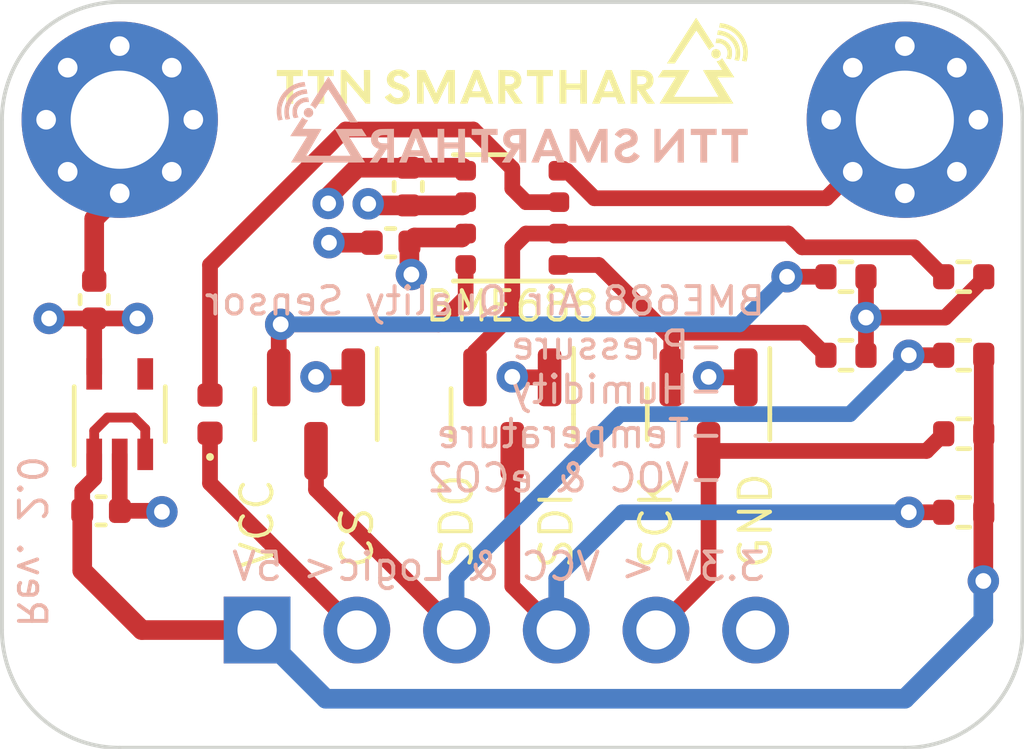
<source format=kicad_pcb>
(kicad_pcb (version 20211014) (generator pcbnew)
  (title_block (title "BME688 Breakout Board") (date "2022-04-04") (rev "2.0") (company "SmartHarz") (comment 1 "Benjamin Hüpeden"))
  (layers (0 "F.Cu" signal) (1 "In1.Cu" power "In.Cu1") (2 "In2.Cu" power "InCu2") (31 "B.Cu" signal) (34 "B.Paste" user) (35 "F.Paste" user) (36 "B.SilkS" user "B.Silkscreen") (37 "F.SilkS" user "F.Silkscreen") (38 "B.Mask" user) (39 "F.Mask" user) (44 "Edge.Cuts" user))
  (net 0 "")
  (net 1 "VCC")
  (net 2 "GND")
  (net 3 "+3V3")
  (net 4 "/+5V_CS")
  (net 5 "/+3.3V_CS")
  (net 6 "/+5V_SDI")
  (net 7 "/+5V_SCK")
  (net 8 "/+5V_SDO")
  (net 9 "/+3.3V_SDI")
  (net 10 "/+3.3V_SCK")
  (net 11 "/+3.3V_SDO")
  (footprint "Resistor_SMD:R_0402_1005Metric" (layer "F.Cu") (at 238.45 125.4375 180)
    (fp_text reference "R6" hide)
    (fp_text value "4k7" hide)
    (pad "1" smd roundrect (at -0.51 0 180) (size 0.54 0.64) (layers "F.Cu" "F.Paste" "F.Mask") (net 1 "VCC"))
    (pad "2" smd roundrect (at 0.51 0 180) (size 0.54 0.64) (layers "F.Cu" "F.Paste" "F.Mask") (net 8 "/+5V_SDO"))
  )
  (footprint "Resistor_SMD:R_0402_1005Metric" (layer "F.Cu") (at 238.45 129.4375 180)
    (fp_text reference "R2" hide)
    (fp_text value "4k7" hide)
    (pad "1" smd roundrect (at -0.51 0 180) (size 0.54 0.64) (layers "F.Cu" "F.Paste" "F.Mask") (net 1 "VCC"))
    (pad "2" smd roundrect (at 0.51 0 180) (size 0.54 0.64) (layers "F.Cu" "F.Paste" "F.Mask") (net 6 "/+5V_SDI"))
  )
  (footprint "BME688_Breakout_Board:SOT323-5L" (layer "F.Cu") (at 216.95 126.9375 90)
    (fp_text reference "U2" hide)
    (fp_text value "STLQ020C33R" hide)
    (pad "1" smd rect (at -1.025 -0.65 90) (size 0.8 0.4) (layers "F.Cu" "F.Paste" "F.Mask") (net 1 "VCC"))
    (pad "2" smd rect (at -1.025 0 90) (size 0.8 0.4) (layers "F.Cu" "F.Paste" "F.Mask") (net 2 "GND"))
    (pad "3" smd rect (at -1.025 0.65 90) (size 0.8 0.4) (layers "F.Cu" "F.Paste" "F.Mask") (net 1 "VCC"))
    (pad "4" smd rect (at 1.025 0.65 90) (size 0.8 0.4) (layers "F.Cu" "F.Paste" "F.Mask"))
    (pad "5" smd rect (at 1.025 -0.65 90) (size 0.8 0.4) (layers "F.Cu" "F.Paste" "F.Mask") (net 3 "+3V3"))
  )
  (footprint "Diode_SMD:D_0402_1005Metric" (layer "F.Cu") (at 219.25 126.9375 90)
    (fp_text reference "D1" hide)
    (fp_text value "Diode" hide)
    (pad "1" smd roundrect (at -0.485 0 90) (size 0.59 0.64) (layers "F.Cu" "F.Paste" "F.Mask") (net 4 "/+5V_CS"))
    (pad "2" smd roundrect (at 0.485 0 90) (size 0.59 0.64) (layers "F.Cu" "F.Paste" "F.Mask") (net 5 "/+3.3V_CS"))
  )
  (footprint "Capacitor_SMD:C_0402_1005Metric" (layer "F.Cu") (at 224.3 121.14 -90)
    (fp_text reference "C4" hide)
    (fp_text value "100n" hide)
    (pad "1" smd roundrect (at -0.48 0 270) (size 0.56 0.62) (layers "F.Cu" "F.Paste" "F.Mask") (net 3 "+3V3"))
    (pad "2" smd roundrect (at 0.48 0 270) (size 0.56 0.62) (layers "F.Cu" "F.Paste" "F.Mask") (net 2 "GND"))
  )
  (footprint "MountingHole:MountingHole_2.5mm_Pad_Via" (layer "F.Cu") (at 216.95 119.4375)
    (fp_text reference "H1" hide)
    (fp_text value "MountingHole_Pad" hide)
    (pad "1" thru_hole circle (at 1.325825 1.325825) (size 0.8 0.8) (drill 0.5) (layers *.Cu *.Mask) (net 2 "GND"))
    (pad "1" thru_hole circle (at -1.325825 1.325825) (size 0.8 0.8) (drill 0.5) (layers *.Cu *.Mask) (net 2 "GND"))
    (pad "1" thru_hole circle (at 0 -1.875) (size 0.8 0.8) (drill 0.5) (layers *.Cu *.Mask) (net 2 "GND"))
    (pad "1" thru_hole circle (at 0 0) (size 5 5) (drill 2.5) (layers *.Cu *.Mask) (net 2 "GND"))
    (pad "1" thru_hole circle (at 0 1.875) (size 0.8 0.8) (drill 0.5) (layers *.Cu *.Mask) (net 2 "GND"))
    (pad "1" thru_hole circle (at 1.325825 -1.325825) (size 0.8 0.8) (drill 0.5) (layers *.Cu *.Mask) (net 2 "GND"))
    (pad "1" thru_hole circle (at -1.325825 -1.325825) (size 0.8 0.8) (drill 0.5) (layers *.Cu *.Mask) (net 2 "GND"))
    (pad "1" thru_hole circle (at 1.875 0) (size 0.8 0.8) (drill 0.5) (layers *.Cu *.Mask) (net 2 "GND"))
    (pad "1" thru_hole circle (at -1.875 0) (size 0.8 0.8) (drill 0.5) (layers *.Cu *.Mask) (net 2 "GND"))
  )
  (footprint "LOGO" (layer "F.Cu") (at 226.95 117.9375)
    (fp_text reference "G***" hide)
    (fp_text value "LOGO" hide)
  )
  (footprint "Package_TO_SOT_SMD:SOT-23" (layer "F.Cu") (at 231.95 126.9375 -90)
    (fp_text reference "Q2" hide)
    (fp_text value "BSS138" hide)
    (pad "1" smd roundrect (at -0.9375 -0.95 270) (size 1.475 0.6) (layers "F.Cu" "F.Paste" "F.Mask") (net 3 "+3V3"))
    (pad "2" smd roundrect (at -0.9375 0.95 270) (size 1.475 0.6) (layers "F.Cu" "F.Paste" "F.Mask") (net 10 "/+3.3V_SCK"))
    (pad "3" smd roundrect (at 0.9375 0 270) (size 1.475 0.6) (layers "F.Cu" "F.Paste" "F.Mask") (net 7 "/+5V_SCK"))
  )
  (footprint "Connector_PinHeader_2.54mm:PinHeader_1x06_P2.54mm_Vertical" (layer "F.Cu") (at 220.45 132.4375 90)
    (fp_text reference "J1" hide)
    (fp_text value "External" hide)
    (fp_text user "SCK" (at 1.5 10.16 90 unlocked) (layer "F.SilkS") (effects (font (size 0.8 0.8) (thickness 0.1)) (justify left)))
    (fp_text user "SDO" (at 1.5 5.08 90 unlocked) (layer "F.SilkS") (effects (font (size 0.8 0.8) (thickness 0.1)) (justify left)))
    (fp_text user "GND" (at 1.5 12.7 90 unlocked) (layer "F.SilkS") (effects (font (size 0.8 0.8) (thickness 0.1)) (justify left)))
    (fp_text user "VCC" (at 1.5 0 90 unlocked) (layer "F.SilkS") (effects (font (size 0.8 0.8) (thickness 0.1)) (justify left)))
    (fp_text user "SDI" (at 1.5 7.62 90 unlocked) (layer "F.SilkS") (effects (font (size 0.8 0.8) (thickness 0.1)) (justify left)))
    (fp_text user "CS" (at 1.5 2.54 90 unlocked) (layer "F.SilkS") (effects (font (size 0.8 0.8) (thickness 0.1)) (justify left)))
    (pad "1" thru_hole rect (at 0 0 90) (size 1.7 1.7) (drill 1) (layers *.Cu *.Mask) (net 1 "VCC"))
    (pad "2" thru_hole oval (at 0 2.54 90) (size 1.7 1.7) (drill 1) (layers *.Cu *.Mask) (net 4 "/+5V_CS"))
    (pad "3" thru_hole oval (at 0 5.08 90) (size 1.7 1.7) (drill 1) (layers *.Cu *.Mask) (net 8 "/+5V_SDO"))
    (pad "4" thru_hole oval (at 0 7.62 90) (size 1.7 1.7) (drill 1) (layers *.Cu *.Mask) (net 6 "/+5V_SDI"))
    (pad "5" thru_hole oval (at 0 10.16 90) (size 1.7 1.7) (drill 1) (layers *.Cu *.Mask) (net 7 "/+5V_SCK"))
    (pad "6" thru_hole oval (at 0 12.7 90) (size 1.7 1.7) (drill 1) (layers *.Cu *.Mask) (net 2 "GND"))
  )
  (footprint "Resistor_SMD:R_0402_1005Metric" (layer "F.Cu") (at 238.45 127.4375 180)
    (fp_text reference "R4" hide)
    (fp_text value "4k7" hide)
    (pad "1" smd roundrect (at -0.51 0 180) (size 0.54 0.64) (layers "F.Cu" "F.Paste" "F.Mask") (net 1 "VCC"))
    (pad "2" smd roundrect (at 0.51 0 180) (size 0.54 0.64) (layers "F.Cu" "F.Paste" "F.Mask") (net 7 "/+5V_SCK"))
  )
  (footprint "Package_TO_SOT_SMD:SOT-23" (layer "F.Cu") (at 226.95 126.9375 -90)
    (fp_text reference "Q1" hide)
    (fp_text value "BSS138" hide)
    (pad "1" smd roundrect (at -0.9375 -0.95 270) (size 1.475 0.6) (layers "F.Cu" "F.Paste" "F.Mask") (net 3 "+3V3"))
    (pad "2" smd roundrect (at -0.9375 0.95 270) (size 1.475 0.6) (layers "F.Cu" "F.Paste" "F.Mask") (net 9 "/+3.3V_SDI"))
    (pad "3" smd roundrect (at 0.9375 0 270) (size 1.475 0.6) (layers "F.Cu" "F.Paste" "F.Mask") (net 6 "/+5V_SDI"))
  )
  (footprint "Package_LGA:Bosch_LGA-8_3x3mm_P0.8mm_ClockwisePinNumbering" (layer "F.Cu") (at 226.95 121.9375 -90)
    (fp_text reference "U1" hide)
    (fp_text value "BME688" hide)
    (pad "1" smd roundrect (at -1.2 -1.1875 270) (size 0.5 0.525) (layers "F.Cu" "F.Paste" "F.Mask") (net 2 "GND"))
    (pad "2" smd roundrect (at -0.4 -1.1875 270) (size 0.5 0.525) (layers "F.Cu" "F.Paste" "F.Mask") (net 5 "/+3.3V_CS"))
    (pad "3" smd roundrect (at 0.4 -1.1875 270) (size 0.5 0.525) (layers "F.Cu" "F.Paste" "F.Mask") (net 9 "/+3.3V_SDI"))
    (pad "4" smd roundrect (at 1.2 -1.1875 270) (size 0.5 0.525) (layers "F.Cu" "F.Paste" "F.Mask") (net 10 "/+3.3V_SCK"))
    (pad "5" smd roundrect (at 1.2 1.1875 270) (size 0.5 0.525) (layers "F.Cu" "F.Paste" "F.Mask") (net 11 "/+3.3V_SDO"))
    (pad "6" smd roundrect (at 0.4 1.1875 270) (size 0.5 0.525) (layers "F.Cu" "F.Paste" "F.Mask") (net 3 "+3V3"))
    (pad "7" smd roundrect (at -0.4 1.1875 270) (size 0.5 0.525) (layers "F.Cu" "F.Paste" "F.Mask") (net 2 "GND"))
    (pad "8" smd roundrect (at -1.2 1.1875 270) (size 0.5 0.525) (layers "F.Cu" "F.Paste" "F.Mask") (net 3 "+3V3"))
  )
  (footprint "MountingHole:MountingHole_2.5mm_Pad_Via" (layer "F.Cu") (at 236.95 119.4375)
    (fp_text reference "H2" hide)
    (fp_text value "MountingHole_Pad" hide)
    (pad "1" thru_hole circle (at 0 1.875) (size 0.8 0.8) (drill 0.5) (layers *.Cu *.Mask) (net 2 "GND"))
    (pad "1" thru_hole circle (at 1.325825 1.325825) (size 0.8 0.8) (drill 0.5) (layers *.Cu *.Mask) (net 2 "GND"))
    (pad "1" thru_hole circle (at -1.325825 1.325825) (size 0.8 0.8) (drill 0.5) (layers *.Cu *.Mask) (net 2 "GND"))
    (pad "1" thru_hole circle (at 0 -1.875) (size 0.8 0.8) (drill 0.5) (layers *.Cu *.Mask) (net 2 "GND"))
    (pad "1" thru_hole circle (at -1.875 0) (size 0.8 0.8) (drill 0.5) (layers *.Cu *.Mask) (net 2 "GND"))
    (pad "1" thru_hole circle (at -1.325825 -1.325825) (size 0.8 0.8) (drill 0.5) (layers *.Cu *.Mask) (net 2 "GND"))
    (pad "1" thru_hole circle (at 1.875 0) (size 0.8 0.8) (drill 0.5) (layers *.Cu *.Mask) (net 2 "GND"))
    (pad "1" thru_hole circle (at 1.325825 -1.325825) (size 0.8 0.8) (drill 0.5) (layers *.Cu *.Mask) (net 2 "GND"))
    (pad "1" thru_hole circle (at 0 0) (size 5 5) (drill 2.5) (layers *.Cu *.Mask) (net 2 "GND"))
  )
  (footprint "Resistor_SMD:R_0402_1005Metric" (layer "F.Cu") (at 235.45 123.4375 180)
    (fp_text reference "R5" hide)
    (fp_text value "4k7" hide)
    (pad "1" smd roundrect (at -0.51 0 180) (size 0.54 0.64) (layers "F.Cu" "F.Paste" "F.Mask") (net 3 "+3V3"))
    (pad "2" smd roundrect (at 0.51 0 180) (size 0.54 0.64) (layers "F.Cu" "F.Paste" "F.Mask") (net 11 "/+3.3V_SDO"))
  )
  (footprint "Resistor_SMD:R_0402_1005Metric" (layer "F.Cu") (at 238.45 123.4375 180)
    (fp_text reference "R1" hide)
    (fp_text value "4k7" hide)
    (pad "1" smd roundrect (at -0.51 0 180) (size 0.54 0.64) (layers "F.Cu" "F.Paste" "F.Mask") (net 3 "+3V3"))
    (pad "2" smd roundrect (at 0.51 0 180) (size 0.54 0.64) (layers "F.Cu" "F.Paste" "F.Mask") (net 9 "/+3.3V_SDI"))
  )
  (footprint "Capacitor_SMD:C_0402_1005Metric" (layer "F.Cu") (at 216.3 124.02 90)
    (fp_text reference "C2" hide)
    (fp_text value "1u" hide)
    (pad "1" smd roundrect (at -0.48 0 90) (size 0.56 0.62) (layers "F.Cu" "F.Paste" "F.Mask") (net 3 "+3V3"))
    (pad "2" smd roundrect (at 0.48 0 90) (size 0.56 0.62) (layers "F.Cu" "F.Paste" "F.Mask") (net 2 "GND"))
  )
  (footprint "Capacitor_SMD:C_0402_1005Metric" (layer "F.Cu") (at 223.85 122.57 180)
    (fp_text reference "C3" hide)
    (fp_text value "100n" hide)
    (pad "1" smd roundrect (at -0.48 0 180) (size 0.56 0.62) (layers "F.Cu" "F.Paste" "F.Mask") (net 3 "+3V3"))
    (pad "2" smd roundrect (at 0.48 0 180) (size 0.56 0.62) (layers "F.Cu" "F.Paste" "F.Mask") (net 2 "GND"))
  )
  (footprint "Package_TO_SOT_SMD:SOT-23" (layer "F.Cu") (at 221.95 126.9375 -90)
    (fp_text reference "Q3" hide)
    (fp_text value "BSS138" hide)
    (pad "1" smd roundrect (at -0.9375 -0.95 270) (size 1.475 0.6) (layers "F.Cu" "F.Paste" "F.Mask") (net 3 "+3V3"))
    (pad "2" smd roundrect (at -0.9375 0.95 270) (size 1.475 0.6) (layers "F.Cu" "F.Paste" "F.Mask") (net 11 "/+3.3V_SDO"))
    (pad "3" smd roundrect (at 0.9375 0 270) (size 1.475 0.6) (layers "F.Cu" "F.Paste" "F.Mask") (net 8 "/+5V_SDO"))
  )
  (footprint "Resistor_SMD:R_0402_1005Metric" (layer "F.Cu") (at 235.45 125.4375 180)
    (fp_text reference "R3" hide)
    (fp_text value "4k7" hide)
    (pad "1" smd roundrect (at -0.51 0 180) (size 0.54 0.64) (layers "F.Cu" "F.Paste" "F.Mask") (net 3 "+3V3"))
    (pad "2" smd roundrect (at 0.51 0 180) (size 0.54 0.64) (layers "F.Cu" "F.Paste" "F.Mask") (net 10 "/+3.3V_SCK"))
  )
  (footprint "Capacitor_SMD:C_0402_1005Metric" (layer "F.Cu") (at 216.475 129.4)
    (fp_text reference "C1" hide)
    (fp_text value "1u" hide)
    (pad "1" smd roundrect (at -0.48 0) (size 0.56 0.62) (layers "F.Cu" "F.Paste" "F.Mask") (net 1 "VCC"))
    (pad "2" smd roundrect (at 0.48 0) (size 0.56 0.62) (layers "F.Cu" "F.Paste" "F.Mask") (net 2 "GND"))
  )
  (footprint "LOGO" (layer "B.Cu") (at 226.95 119.4375 180)
    (fp_text reference "G***" hide)
    (fp_text value "LOGO" hide)
  )
  (gr_line (start 216.95 116.4375) (end 236.95 116.4375) (layer "Edge.Cuts") (width 0.1))
  (gr_arc (start 216.95 135.4375) (mid 214.82868 134.55882) (end 213.95 132.4375) (layer "Edge.Cuts") (width 0.1))
  (gr_line (start 239.95 119.4375) (end 239.95 132.4375) (layer "Edge.Cuts") (width 0.1))
  (gr_arc (start 213.95 119.4375) (mid 214.82868 117.31618) (end 216.95 116.4375) (layer "Edge.Cuts") (width 0.1))
  (gr_line (start 213.95 132.4375) (end 213.95 119.4375) (layer "Edge.Cuts") (width 0.1))
  (gr_arc (start 236.95 116.4375) (mid 239.07132 117.31618) (end 239.95 119.4375) (layer "Edge.Cuts") (width 0.1))
  (gr_line (start 236.95 135.4375) (end 216.95 135.4375) (layer "Edge.Cuts") (width 0.1))
  (gr_arc (start 239.95 132.4375) (mid 239.07132 134.55882) (end 236.95 135.4375) (layer "Edge.Cuts") (width 0.1))
  (gr_text "Rev. 2.0" (at 214.7 130.1875 -90) (layer "B.SilkS") (effects (font (size 0.7 0.7) (thickness 0.1)) (justify mirror)))
  (gr_text "BME688 Air Quality Sensor\n  -Pressure\n  -Humidity\n  -Temperature\n  -VOC & eCO2\n\n3.3V < VCC & Logic< 5V " (at 233.45 127.4375) (layer "B.SilkS") (effects (font (size 0.7 0.7) (thickness 0.1)) (justify left mirror)))
  (gr_text "BME688" (at 226.95 124.1875) (layer "F.SilkS") (effects (font (size 0.75 0.75) (thickness 0.1))))
  (segment (start 238.96 125.4375) (end 238.96 129.4375) (width 0.5) (layer "F.Cu") (net 1))
  (segment (start 238.95 131.1875) (end 238.95 129.4475) (width 0.5) (layer "F.Cu") (net 1))
  (segment (start 215.995 128.88) (end 215.995 129.4) (width 0.4) (layer "F.Cu") (net 1))
  (segment (start 217.3125 127.025) (end 216.638478 127.025) (width 0.25) (layer "F.Cu") (net 1))
  (segment (start 216.638478 127.025) (end 216.3 127.363478) (width 0.25) (layer "F.Cu") (net 1))
  (segment (start 217.6 127.3125) (end 217.3125 127.025) (width 0.25) (layer "F.Cu") (net 1))
  (segment (start 215.995 130.92) (end 215.995 129.4) (width 0.5) (layer "F.Cu") (net 1))
  (segment (start 216.3 128.575) (end 215.995 128.88) (width 0.4) (layer "F.Cu") (net 1))
  (segment (start 217.6 127.9625) (end 217.6 127.3125) (width 0.25) (layer "F.Cu") (net 1))
  (segment (start 216.3 127.363478) (end 216.3 127.9625) (width 0.25) (layer "F.Cu") (net 1))
  (segment (start 217.5125 132.4375) (end 215.995 130.92) (width 0.5) (layer "F.Cu") (net 1))
  (segment (start 238.95 129.4475) (end 238.96 129.4375) (width 0.4) (layer "F.Cu") (net 1))
  (segment (start 216.3 127.9625) (end 216.3 128.575) (width 0.4) (layer "F.Cu") (net 1))
  (segment (start 220.45 132.4375) (end 217.5125 132.4375) (width 0.5) (layer "F.Cu") (net 1))
  (via (at 238.95 131.1875) (size 0.8) (drill 0.4) (layers "F.Cu" "B.Cu") (net 1))
  (segment (start 236.95 134.1875) (end 238.95 132.1875) (width 0.5) (layer "B.Cu") (net 1))
  (segment (start 222.2 134.1875) (end 220.45 132.4375) (width 0.5) (layer "B.Cu") (net 1))
  (segment (start 236.95 134.1875) (end 222.2 134.1875) (width 0.5) (layer "B.Cu") (net 1))
  (segment (start 238.95 132.1875) (end 238.95 131.1875) (width 0.5) (layer "B.Cu") (net 1))
  (segment (start 222.28 122.57) (end 223.37 122.57) (width 0.5) (layer "F.Cu") (net 2))
  (segment (start 229.041783 121.4375) (end 234.95 121.4375) (width 0.4) (layer "F.Cu") (net 2))
  (segment (start 216.3 121.9625) (end 216.95 121.3125) (width 0.5) (layer "F.Cu") (net 2))
  (segment (start 228.1375 120.7375) (end 228.341783 120.7375) (width 0.4) (layer "F.Cu") (net 2))
  (segment (start 223.32 121.62) (end 223.28 121.58) (width 0.5) (layer "F.Cu") (net 2))
  (segment (start 216.95 129.395) (end 216.955 129.4) (width 0.4) (layer "F.Cu") (net 2))
  (segment (start 216.955 129.4) (end 218 129.4) (width 0.4) (layer "F.Cu") (net 2))
  (segment (start 228.341783 120.7375) (end 229.041783 121.4375) (width 0.4) (layer "F.Cu") (net 2))
  (segment (start 225.762 121.537) (end 225.7625 121.5375) (width 0.4) (layer "F.Cu") (net 2))
  (segment (start 216.95 127.9625) (end 216.95 129.395) (width 0.4) (layer "F.Cu") (net 2))
  (segment (start 234.95 121.4375) (end 236.95 119.4375) (width 0.4) (layer "F.Cu") (net 2))
  (segment (start 224.3 121.62) (end 223.32 121.62) (width 0.5) (layer "F.Cu") (net 2))
  (segment (start 224.3 121.62) (end 225.68 121.62) (width 0.5) (layer "F.Cu") (net 2))
  (segment (start 216.3 123.54) (end 216.3 121.9625) (width 0.5) (layer "F.Cu") (net 2))
  (segment (start 218 129.4) (end 218.025 129.425) (width 0.4) (layer "F.Cu") (net 2))
  (segment (start 225.68 121.62) (end 225.7625 121.5375) (width 0.5) (layer "F.Cu") (net 2))
  (via (at 222.28 122.57) (size 0.8) (drill 0.4) (layers "F.Cu" "B.Cu") (net 2))
  (via (at 223.28 121.58) (size 0.8) (drill 0.4) (layers "F.Cu" "B.Cu") (net 2))
  (via (at 218.025 129.425) (size 0.8) (drill 0.4) (layers "F.Cu" "B.Cu") (net 2))
  (segment (start 224.46202 122.43798) (end 225.66202 122.43798) (width 0.5) (layer "F.Cu") (net 3))
  (segment (start 224.33 122.57) (end 224.33 123.33) (width 0.5) (layer "F.Cu") (net 3))
  (segment (start 222.998609 120.66) (end 222.26 121.398609) (width 0.5) (layer "F.Cu") (net 3))
  (segment (start 224.33 123.33) (end 224.38 123.38) (width 0.5) (layer "F.Cu") (net 3))
  (segment (start 238.96 123.493425) (end 237.975925 124.4775) (width 0.4) (layer "F.Cu") (net 3))
  (segment (start 222.9 126) (end 221.9625 126) (width 0.4) (layer "F.Cu") (net 3))
  (segment (start 235.96 124.4775) (end 235.96 125.4375) (width 0.4) (layer "F.Cu") (net 3))
  (segment (start 231.9625 126) (end 231.95 125.9875) (width 0.4) (layer "F.Cu") (net 3))
  (segment (start 222.26 121.398609) (end 222.26 121.57) (width 0.5) (layer "F.Cu") (net 3))
  (segment (start 225.66202 122.43798) (end 225.7625 122.3375) (width 0.5) (layer "F.Cu") (net 3))
  (segment (start 224.3 120.66) (end 225.685 120.66) (width 0.5) (layer "F.Cu") (net 3))
  (segment (start 238.96 123.4375) (end 238.96 123.493425) (width 0.4) (layer "F.Cu") (net 3))
  (segment (start 235.96 123.4375) (end 235.96 124.4775) (width 0.4) (layer "F.Cu") (net 3))
  (segment (start 226.9625 126) (end 226.95 125.9875) (width 0.4) (layer "F.Cu") (net 3))
  (segment (start 232.9 126) (end 231.9625 126) (width 0.4) (layer "F.Cu") (net 3))
  (segment (start 224.33 122.57) (end 224.46202 122.43798) (width 0.5) (layer "F.Cu") (net 3))
  (segment (start 225.685 120.66) (end 225.7625 120.7375) (width 0.5) (layer "F.Cu") (net 3))
  (segment (start 216.3 125.9125) (end 216.3 124.5) (width 0.4) (layer "F.Cu") (net 3))
  (segment (start 237.975925 124.4775) (end 235.96 124.4775) (width 0.4) (layer "F.Cu") (net 3))
  (segment (start 221.9625 126) (end 221.95 125.9875) (width 0.4) (layer "F.Cu") (net 3))
  (segment (start 215.15 124.5) (end 217.4 124.5) (width 0.4) (layer "F.Cu") (net 3))
  (segment (start 227.9 126) (end 226.9625 126) (width 0.4) (layer "F.Cu") (net 3))
  (segment (start 224.3 120.66) (end 222.998609 120.66) (width 0.5) (layer "F.Cu") (net 3))
  (via (at 235.96 124.4775) (size 0.8) (drill 0.4) (layers "F.Cu" "B.Cu") (net 3))
  (via (at 217.4 124.5) (size 0.8) (drill 0.4) (layers "F.Cu" "B.Cu") (net 3))
  (via (at 224.38 123.38) (size 0.8) (drill 0.4) (layers "F.Cu" "B.Cu") (net 3))
  (via (at 215.15 124.5) (size 0.8) (drill 0.4) (layers "F.Cu" "B.Cu") (net 3))
  (via (at 231.95 125.9875) (size 0.8) (drill 0.4) (layers "F.Cu" "B.Cu") (net 3))
  (via (at 222.26 121.57) (size 0.8) (drill 0.4) (layers "F.Cu" "B.Cu") (net 3))
  (via (at 226.95 125.9875) (size 0.8) (drill 0.4) (layers "F.Cu" "B.Cu") (net 3))
  (via (at 221.95 125.9875) (size 0.8) (drill 0.4) (layers "F.Cu" "B.Cu") (net 3))
  (segment (start 219.25 128.6975) (end 222.99 132.4375) (width 0.4) (layer "F.Cu") (net 4))
  (segment (start 219.25 127.4225) (end 219.25 128.6975) (width 0.4) (layer "F.Cu") (net 4))
  (segment (start 219.25 123.1375) (end 222.7 119.6875) (width 0.4) (layer "F.Cu") (net 5))
  (segment (start 222.7 119.6875) (end 225.958392 119.6875) (width 0.4) (layer "F.Cu") (net 5))
  (segment (start 226.95 121.1875) (end 227.3 121.5375) (width 0.4) (layer "F.Cu") (net 5))
  (segment (start 227.3 121.5375) (end 228.1375 121.5375) (width 0.4) (layer "F.Cu") (net 5))
  (segment (start 225.958392 119.6875) (end 226.95 120.679108) (width 0.4) (layer "F.Cu") (net 5))
  (segment (start 226.95 120.679108) (end 226.95 121.1875) (width 0.4) (layer "F.Cu") (net 5))
  (segment (start 219.25 126.4525) (end 219.25 123.1375) (width 0.4) (layer "F.Cu") (net 5))
  (segment (start 226.95 127.875) (end 226.95 131.3175) (width 0.4) (layer "F.Cu") (net 6))
  (segment (start 226.95 131.3175) (end 228.07 132.4375) (width 0.4) (layer "F.Cu") (net 6))
  (segment (start 237.05 129.4375) (end 237.94 129.4375) (width 0.4) (layer "F.Cu") (net 6))
  (via (at 237.05 129.4375) (size 0.8) (drill 0.4) (layers "F.Cu" "B.Cu") (net 6))
  (segment (start 228.07 132.4375) (end 228.07 131.1175) (width 0.4) (layer "B.Cu") (net 6))
  (segment (start 228.2 130.9875) (end 229.75 129.4375) (width 0.4) (layer "B.Cu") (net 6))
  (segment (start 228.07 131.1175) (end 228.2 130.9875) (width 0.4) (layer "B.Cu") (net 6))
  (segment (start 229.75 129.4375) (end 237.05 129.4375) (width 0.4) (layer "B.Cu") (net 6))
  (segment (start 237.5025 127.875) (end 237.94 127.4375) (width 0.4) (layer "F.Cu") (net 7))
  (segment (start 231.95 127.875) (end 231.95 131.0975) (width 0.4) (layer "F.Cu") (net 7))
  (segment (start 231.95 131.0975) (end 230.61 132.4375) (width 0.4) (layer "F.Cu") (net 7))
  (segment (start 231.95 127.875) (end 237.5025 127.875) (width 0.4) (layer "F.Cu") (net 7))
  (segment (start 221.95 127.875) (end 221.95 128.8575) (width 0.4) (layer "F.Cu") (net 8))
  (segment (start 221.95 128.8575) (end 225.53 132.4375) (width 0.4) (layer "F.Cu") (net 8))
  (segment (start 237.05 125.4375) (end 237.94 125.4375) (width 0.4) (layer "F.Cu") (net 8))
  (via (at 237.05 125.4375) (size 0.8) (drill 0.4) (layers "F.Cu" "B.Cu") (net 8))
  (segment (start 229.7 126.9375) (end 232.6 126.9375) (width 0.4) (layer "B.Cu") (net 8))
  (segment (start 225.53 132.4375) (end 225.53 131.1075) (width 0.4) (layer "B.Cu") (net 8))
  (segment (start 235.55 126.9375) (end 237.05 125.4375) (width 0.4) (layer "B.Cu") (net 8))
  (segment (start 226.35 130.2875) (end 229.7 126.9375) (width 0.4) (layer "B.Cu") (net 8))
  (segment (start 225.53 131.1075) (end 226.35 130.2875) (width 0.4) (layer "B.Cu") (net 8))
  (segment (start 232.6 126.9375) (end 235.55 126.9375) (width 0.4) (layer "B.Cu") (net 8))
  (segment (start 226 125.35) (end 226 126) (width 0.4) (layer "F.Cu") (net 9))
  (segment (start 227.3 122.3375) (end 226.95 122.6875) (width 0.4) (layer "F.Cu") (net 9))
  (segment (start 228.1375 122.3375) (end 227.3 122.3375) (width 0.4) (layer "F.Cu") (net 9))
  (segment (start 234.33068 122.6875) (end 237.19 122.6875) (width 0.4) (layer "F.Cu") (net 9))
  (segment (start 228.1375 122.3375) (end 233.98068 122.3375) (width 0.4) (layer "F.Cu") (net 9))
  (segment (start 226.95 122.6875) (end 226.95 124.4) (width 0.4) (layer "F.Cu") (net 9))
  (segment (start 233.98068 122.3375) (end 234.33068 122.6875) (width 0.4) (layer "F.Cu") (net 9))
  (segment (start 226.95 124.4) (end 226 125.35) (width 0.4) (layer "F.Cu") (net 9))
  (segment (start 237.19 122.6875) (end 237.94 123.4375) (width 0.4) (layer "F.Cu") (net 9))
  (segment (start 231 124.9875) (end 231.12452 124.86298) (width 0.4) (layer "F.Cu") (net 10))
  (segment (start 234.36548 124.86298) (end 234.94 125.4375) (width 0.4) (layer "F.Cu") (net 10))
  (segment (start 231 126) (end 231 124.9875) (width 0.4) (layer "F.Cu") (net 10))
  (segment (start 231.12452 124.86298) (end 234.36548 124.86298) (width 0.4) (layer "F.Cu") (net 10))
  (segment (start 229.15 123.1375) (end 228.1375 123.1375) (width 0.4) (layer "F.Cu") (net 10))
  (segment (start 231 124.9875) (end 229.15 123.1375) (width 0.4) (layer "F.Cu") (net 10))
  (segment (start 221.05 124.65) (end 225.075 124.65) (width 0.4) (layer "F.Cu") (net 11))
  (segment (start 221 124.7) (end 221 126) (width 0.4) (layer "F.Cu") (net 11))
  (segment (start 225.075 124.65) (end 225.7625 123.9625) (width 0.4) (layer "F.Cu") (net 11))
  (segment (start 221.05 124.65) (end 221 124.7) (width 0.4) (layer "F.Cu") (net 11))
  (segment (start 233.95 123.4375) (end 234.94 123.4375) (width 0.4) (layer "F.Cu") (net 11))
  (segment (start 225.7625 123.9625) (end 225.7625 123.1375) (width 0.4) (layer "F.Cu") (net 11))
  (via (at 221.05 124.65) (size 0.8) (drill 0.4) (layers "F.Cu" "B.Cu") (net 11))
  (via (at 233.95 123.4375) (size 0.8) (drill 0.4) (layers "F.Cu" "B.Cu") (net 11))
  (segment (start 221.05 124.65) (end 232.7375 124.65) (width 0.4) (layer "B.Cu") (net 11))
  (segment (start 232.7375 124.65) (end 233.95 123.4375) (width 0.4) (layer "B.Cu") (net 11))
)
</source>
